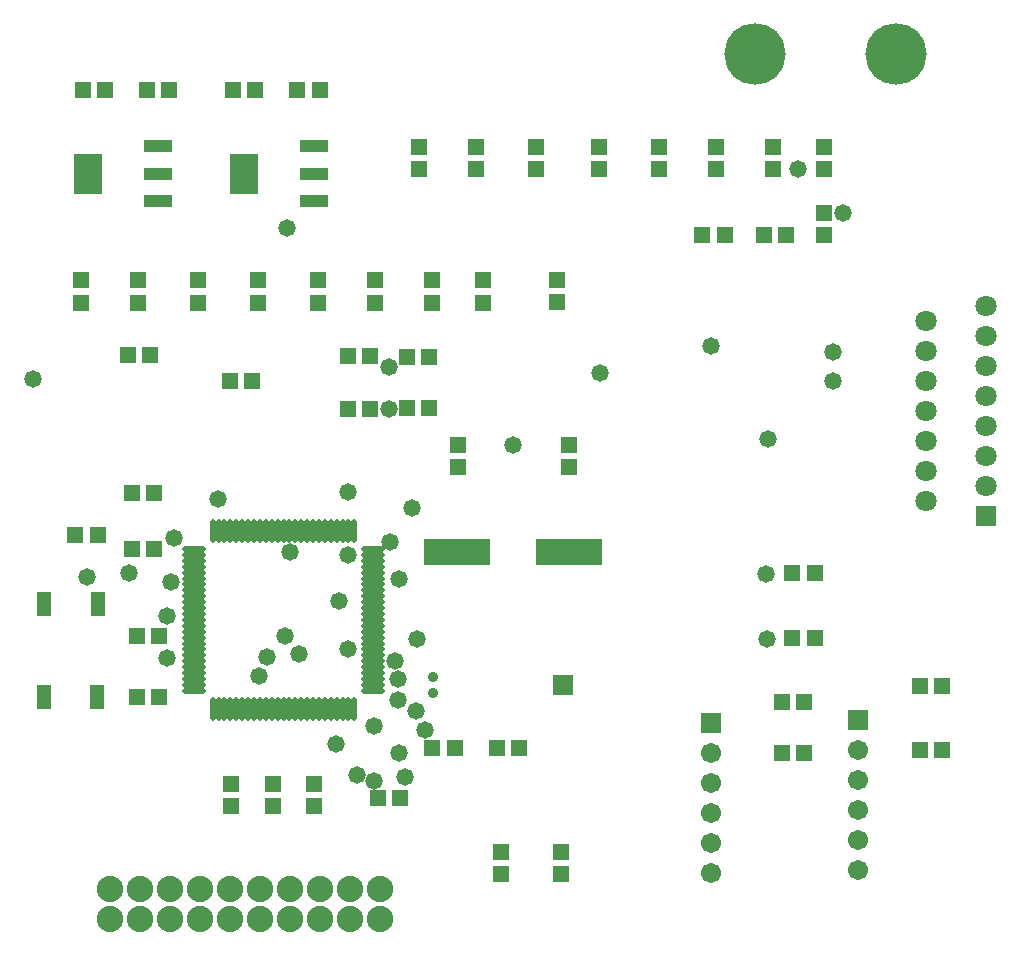
<source format=gts>
G04*
G04 #@! TF.GenerationSoftware,Altium Limited,Altium Designer,21.8.1 (53)*
G04*
G04 Layer_Color=8388736*
%FSLAX25Y25*%
%MOIN*%
G70*
G04*
G04 #@! TF.SameCoordinates,6B1BD33C-14DF-4FC0-A095-B567C4E17EB1*
G04*
G04*
G04 #@! TF.FilePolarity,Negative*
G04*
G01*
G75*
%ADD14R,0.05288X0.05524*%
%ADD15R,0.05524X0.05288*%
%ADD16O,0.07887X0.01981*%
%ADD17O,0.01981X0.07887*%
%ADD18R,0.04737X0.07887*%
%ADD19R,0.06800X0.06800*%
%ADD20R,0.22453X0.08674*%
%ADD21R,0.09265X0.13595*%
%ADD22R,0.09265X0.04343*%
%ADD23C,0.20485*%
%ADD24C,0.07099*%
%ADD25R,0.07099X0.07099*%
%ADD26C,0.08800*%
%ADD27C,0.03556*%
%ADD28R,0.06706X0.06706*%
%ADD29C,0.06706*%
%ADD30C,0.05800*%
D14*
X384000Y417638D02*
D03*
X376520D02*
D03*
X404500D02*
D03*
X397020D02*
D03*
X185020Y377500D02*
D03*
X192500D02*
D03*
X403020Y262000D02*
D03*
X410500D02*
D03*
X403020Y245000D02*
D03*
X410500D02*
D03*
X456500Y245778D02*
D03*
X449020D02*
D03*
X456500Y267333D02*
D03*
X449020D02*
D03*
X175000Y317500D02*
D03*
X167520D02*
D03*
X275980Y230000D02*
D03*
X268500D02*
D03*
X258376Y359500D02*
D03*
X265856D02*
D03*
X258376Y377250D02*
D03*
X265856D02*
D03*
X188020Y263500D02*
D03*
X195500D02*
D03*
X294000Y246500D02*
D03*
X286520D02*
D03*
X315480D02*
D03*
X308000D02*
D03*
X226480Y369000D02*
D03*
X219000D02*
D03*
X285480Y377000D02*
D03*
X278000D02*
D03*
X193980Y331500D02*
D03*
X186500D02*
D03*
X193980Y313000D02*
D03*
X186500D02*
D03*
X285500Y360000D02*
D03*
X278020D02*
D03*
X188000Y284000D02*
D03*
X195480D02*
D03*
X227586Y466000D02*
D03*
X220105D02*
D03*
X241524D02*
D03*
X249004D02*
D03*
X191438D02*
D03*
X198918D02*
D03*
X177500D02*
D03*
X170020D02*
D03*
X414000Y283167D02*
D03*
X406520D02*
D03*
X414000Y304722D02*
D03*
X406520D02*
D03*
D15*
X417000Y425000D02*
D03*
Y417520D02*
D03*
X247263Y227020D02*
D03*
Y234500D02*
D03*
X219500Y227020D02*
D03*
Y234500D02*
D03*
X233381Y227020D02*
D03*
Y234500D02*
D03*
X295000Y347500D02*
D03*
Y340020D02*
D03*
X329500Y212000D02*
D03*
Y204520D02*
D03*
X332000Y347500D02*
D03*
Y340020D02*
D03*
X309500Y212000D02*
D03*
Y204520D02*
D03*
X328000Y395020D02*
D03*
Y402500D02*
D03*
X303500Y402480D02*
D03*
Y395000D02*
D03*
X286500Y402480D02*
D03*
Y395000D02*
D03*
X267500Y402480D02*
D03*
Y395000D02*
D03*
X248500Y402480D02*
D03*
Y395000D02*
D03*
X228500Y402480D02*
D03*
Y395000D02*
D03*
X208500Y402480D02*
D03*
Y395000D02*
D03*
X188500Y402480D02*
D03*
Y395000D02*
D03*
X169500Y402480D02*
D03*
Y395000D02*
D03*
X417000Y446980D02*
D03*
Y439500D02*
D03*
X400000Y446980D02*
D03*
Y439500D02*
D03*
X381000Y446980D02*
D03*
Y439500D02*
D03*
X362000Y446980D02*
D03*
Y439500D02*
D03*
X342000Y446980D02*
D03*
Y439500D02*
D03*
X321000Y446980D02*
D03*
Y439500D02*
D03*
X301000Y446980D02*
D03*
Y439500D02*
D03*
X282000Y446980D02*
D03*
Y439500D02*
D03*
D16*
X266724Y265602D02*
D03*
Y267571D02*
D03*
Y269539D02*
D03*
Y271508D02*
D03*
Y273476D02*
D03*
Y275445D02*
D03*
Y277413D02*
D03*
Y279382D02*
D03*
Y281350D02*
D03*
Y283319D02*
D03*
Y285287D02*
D03*
Y287256D02*
D03*
Y289224D02*
D03*
Y291193D02*
D03*
Y293161D02*
D03*
Y295130D02*
D03*
Y297098D02*
D03*
Y299067D02*
D03*
Y301035D02*
D03*
Y303004D02*
D03*
Y304972D02*
D03*
Y306941D02*
D03*
Y308910D02*
D03*
Y310878D02*
D03*
Y312846D02*
D03*
X207276D02*
D03*
Y310878D02*
D03*
Y308910D02*
D03*
Y306941D02*
D03*
Y304972D02*
D03*
Y303004D02*
D03*
Y301035D02*
D03*
Y299067D02*
D03*
Y297098D02*
D03*
Y295130D02*
D03*
Y293161D02*
D03*
Y291193D02*
D03*
Y289224D02*
D03*
Y287256D02*
D03*
Y285287D02*
D03*
Y283319D02*
D03*
Y281350D02*
D03*
Y279382D02*
D03*
Y277413D02*
D03*
Y275445D02*
D03*
Y273476D02*
D03*
Y271508D02*
D03*
Y269539D02*
D03*
Y267571D02*
D03*
Y265602D02*
D03*
D17*
X260622Y318949D02*
D03*
X258653D02*
D03*
X256685D02*
D03*
X254716D02*
D03*
X252748D02*
D03*
X250780D02*
D03*
X248811D02*
D03*
X246843D02*
D03*
X244874D02*
D03*
X242905D02*
D03*
X240937D02*
D03*
X238968D02*
D03*
X237000D02*
D03*
X235032D02*
D03*
X233063D02*
D03*
X231095D02*
D03*
X229126D02*
D03*
X227157D02*
D03*
X225189D02*
D03*
X223220D02*
D03*
X221252D02*
D03*
X219284D02*
D03*
X217315D02*
D03*
X215347D02*
D03*
X213378D02*
D03*
Y259500D02*
D03*
X215347D02*
D03*
X217315D02*
D03*
X219284D02*
D03*
X221252D02*
D03*
X223220D02*
D03*
X225189D02*
D03*
X227157D02*
D03*
X229126D02*
D03*
X231095D02*
D03*
X233063D02*
D03*
X235032D02*
D03*
X237000D02*
D03*
X238968D02*
D03*
X240937D02*
D03*
X242905D02*
D03*
X244874D02*
D03*
X246843D02*
D03*
X248811D02*
D03*
X250780D02*
D03*
X252748D02*
D03*
X254716D02*
D03*
X256685D02*
D03*
X258653D02*
D03*
X260622D02*
D03*
D18*
X157142Y263449D02*
D03*
X175029Y294419D02*
D03*
X174858Y263449D02*
D03*
X157142Y294551D02*
D03*
D19*
X330000Y267500D02*
D03*
D20*
X332201Y312000D02*
D03*
X294799D02*
D03*
D21*
X223984Y438000D02*
D03*
X171984D02*
D03*
D22*
X247016Y447055D02*
D03*
Y438000D02*
D03*
Y428945D02*
D03*
X195016Y447055D02*
D03*
Y438000D02*
D03*
Y428945D02*
D03*
D23*
X441000Y478000D02*
D03*
X394000D02*
D03*
D24*
X471000Y394000D02*
D03*
X451000Y389000D02*
D03*
X471000Y384000D02*
D03*
X451000Y379000D02*
D03*
X471000Y374000D02*
D03*
X451000Y369000D02*
D03*
X471000Y364000D02*
D03*
X451000Y359000D02*
D03*
X471000Y354000D02*
D03*
X451000Y349000D02*
D03*
X471000Y344000D02*
D03*
X451000Y339000D02*
D03*
X471000Y334000D02*
D03*
X451000Y329000D02*
D03*
D25*
X471000Y324000D02*
D03*
D26*
X209000Y199500D02*
D03*
X219000Y189500D02*
D03*
Y199500D02*
D03*
X229000Y189500D02*
D03*
X239000D02*
D03*
X249000D02*
D03*
X229000Y199500D02*
D03*
X239000D02*
D03*
X249000D02*
D03*
X259000Y189500D02*
D03*
Y199500D02*
D03*
X179000Y189500D02*
D03*
X189000D02*
D03*
Y199500D02*
D03*
X199000Y189500D02*
D03*
Y199500D02*
D03*
X209000Y189500D02*
D03*
X179000Y199500D02*
D03*
X269000Y189500D02*
D03*
Y199500D02*
D03*
D27*
X286693Y264744D02*
D03*
Y270256D02*
D03*
D28*
X428500Y256000D02*
D03*
X379500Y255000D02*
D03*
D29*
X428500Y246000D02*
D03*
Y236000D02*
D03*
Y226000D02*
D03*
Y216000D02*
D03*
Y206000D02*
D03*
X379500Y245000D02*
D03*
Y235000D02*
D03*
Y225000D02*
D03*
Y215000D02*
D03*
Y205000D02*
D03*
D30*
X398500Y349500D02*
D03*
X397742Y304596D02*
D03*
X398000Y283000D02*
D03*
X153500Y369500D02*
D03*
X423500Y425000D02*
D03*
X171500Y303500D02*
D03*
X408500Y439500D02*
D03*
X215000Y329500D02*
D03*
X272500Y315065D02*
D03*
X279666Y326390D02*
D03*
X275500Y303000D02*
D03*
X272000Y373500D02*
D03*
X342500Y371500D02*
D03*
X272000Y359500D02*
D03*
X258500Y332000D02*
D03*
X239000Y312000D02*
D03*
X185500Y305000D02*
D03*
X420000Y378500D02*
D03*
Y369000D02*
D03*
X379500Y380500D02*
D03*
X281000Y259000D02*
D03*
X267000Y254000D02*
D03*
X284000Y252500D02*
D03*
X275500Y245000D02*
D03*
X277500Y237000D02*
D03*
X267025Y235525D02*
D03*
X261500Y237500D02*
D03*
X254500Y248000D02*
D03*
X200500Y316500D02*
D03*
X199500Y302000D02*
D03*
X198000Y290500D02*
D03*
X274000Y275500D02*
D03*
X258500Y279500D02*
D03*
Y311000D02*
D03*
X275000Y262500D02*
D03*
Y269500D02*
D03*
X281500Y283000D02*
D03*
X228765Y270500D02*
D03*
X255500Y295500D02*
D03*
X238000Y420000D02*
D03*
X313500Y347500D02*
D03*
X198000Y276500D02*
D03*
X242000Y278000D02*
D03*
X237500Y284000D02*
D03*
X231500Y277000D02*
D03*
M02*

</source>
